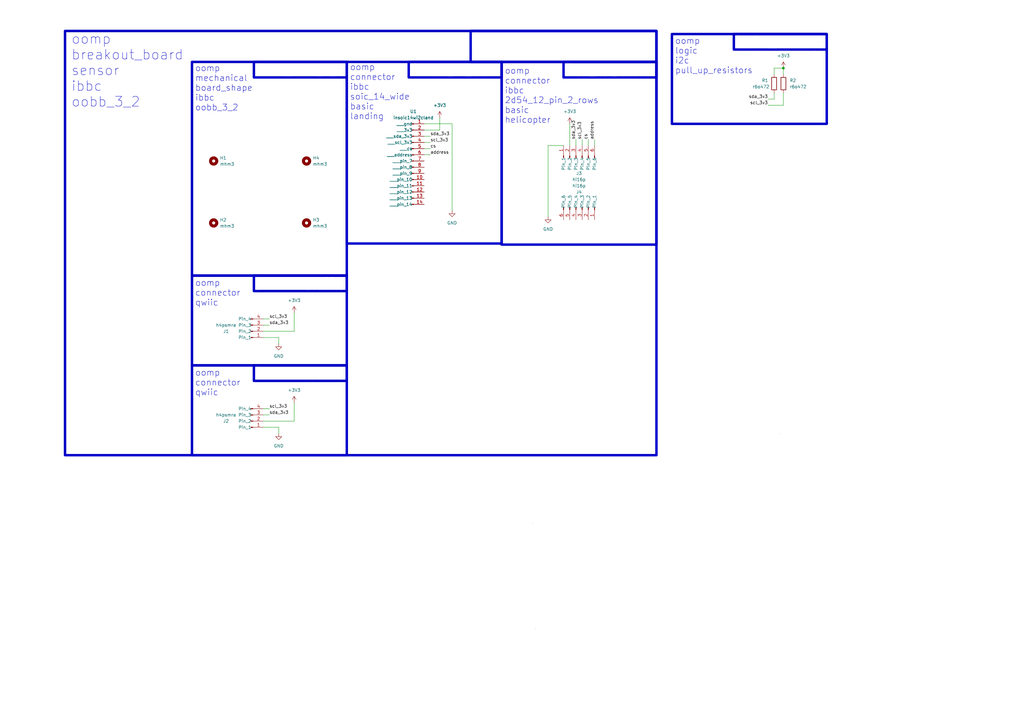
<source format=kicad_sch>
(kicad_sch (version 20230121) (generator eeschema)
  (paper "A3")
  (lib_symbols
    (symbol "oomlout_oomp_part_symbols:h4psmra_electronic_header_1_mm_jst_sh_4_pin_surface_mount_right_angle" (pin_names (offset 1.016))
      (property "Reference" "J" (at 0 5.08 0))
      (property "Value" "h4psmra_electronic_header_1_mm_jst_sh_4_pin_surface_mount_right_angle" (at 0 -7.62 0))
      (symbol "h4psmra_electronic_header_1_mm_jst_sh_4_pin_surface_mount_right_angle_1_1"
        (polyline (pts (xy 1.27 -5.08) (xy 0.8636 -5.08)) (stroke (width 0.1524)))
        (polyline (pts (xy 1.27 -2.54) (xy 0.8636 -2.54)) (stroke (width 0.1524)))
        (polyline (pts (xy 1.27 0) (xy 0.8636 0)) (stroke (width 0.1524)))
        (polyline (pts (xy 1.27 2.54) (xy 0.8636 2.54)) (stroke (width 0.1524)))
        (rectangle (start 0.8636 -4.953) (end 0 -5.207) (stroke (width 0.1524)) (fill (type outline)))
        (rectangle (start 0.8636 -2.413) (end 0 -2.667) (stroke (width 0.1524)) (fill (type outline)))
        (rectangle (start 0.8636 0.127) (end 0 -0.127) (stroke (width 0.1524)) (fill (type outline)))
        (rectangle (start 0.8636 2.667) (end 0 2.413) (stroke (width 0.1524)) (fill (type outline)))
        (pin passive line (at 5.08 2.54 180) (length 3.81) (name "Pin_1") (number "1"))
        (pin passive line (at 5.08 0 180) (length 3.81) (name "Pin_2") (number "2"))
        (pin passive line (at 5.08 -2.54 180) (length 3.81) (name "Pin_3") (number "3"))
        (pin passive line (at 5.08 -5.08 180) (length 3.81) (name "Pin_4") (number "4"))
      )
    )
    (symbol "oomlout_oomp_part_symbols:hi16p_electronic_header_2d54_mm_6_pin" (pin_names (offset 1.016))
      (property "Reference" "J" (at 0 7.62 0))
      (property "Value" "hi16p_electronic_header_2d54_mm_6_pin" (at 0 -10.16 0))
      (symbol "hi16p_electronic_header_2d54_mm_6_pin_1_1"
        (polyline (pts (xy 1.27 -7.62) (xy 0.8636 -7.62)) (stroke (width 0.1524)))
        (polyline (pts (xy 1.27 -5.08) (xy 0.8636 -5.08)) (stroke (width 0.1524)))
        (polyline (pts (xy 1.27 -2.54) (xy 0.8636 -2.54)) (stroke (width 0.1524)))
        (polyline (pts (xy 1.27 0) (xy 0.8636 0)) (stroke (width 0.1524)))
        (polyline (pts (xy 1.27 2.54) (xy 0.8636 2.54)) (stroke (width 0.1524)))
        (polyline (pts (xy 1.27 5.08) (xy 0.8636 5.08)) (stroke (width 0.1524)))
        (rectangle (start 0.8636 -7.493) (end 0 -7.747) (stroke (width 0.1524)) (fill (type outline)))
        (rectangle (start 0.8636 -4.953) (end 0 -5.207) (stroke (width 0.1524)) (fill (type outline)))
        (rectangle (start 0.8636 -2.413) (end 0 -2.667) (stroke (width 0.1524)) (fill (type outline)))
        (rectangle (start 0.8636 0.127) (end 0 -0.127) (stroke (width 0.1524)) (fill (type outline)))
        (rectangle (start 0.8636 2.667) (end 0 2.413) (stroke (width 0.1524)) (fill (type outline)))
        (rectangle (start 0.8636 5.207) (end 0 4.953) (stroke (width 0.1524)) (fill (type outline)))
        (pin passive line (at 5.08 5.08 180) (length 3.81) (name "Pin_1") (number "1"))
        (pin passive line (at 5.08 2.54 180) (length 3.81) (name "Pin_2") (number "2"))
        (pin passive line (at 5.08 0 180) (length 3.81) (name "Pin_3") (number "3"))
        (pin passive line (at 5.08 -2.54 180) (length 3.81) (name "Pin_4") (number "4"))
        (pin passive line (at 5.08 -5.08 180) (length 3.81) (name "Pin_5") (number "5"))
        (pin passive line (at 5.08 -7.62 180) (length 3.81) (name "Pin_6") (number "6"))
      )
    )
    (symbol "oomlout_oomp_part_symbols:insoic14wi2cland_electronic_interposer_soic_14_wide_i2c_landing" (pin_names (offset 1.016))
      (property "Reference" "U" (at 0 17.78 0))
      (property "Value" "insoic14wi2cland_electronic_interposer_soic_14_wide_i2c_landing" (at 0 -20.32 0))
      (symbol "insoic14wi2cland_electronic_interposer_soic_14_wide_i2c_landing_1_1"
        (polyline (pts (xy 1.27 -17.78) (xy 0.8636 -17.78)) (stroke (width 0.1524)))
        (polyline (pts (xy 1.27 -15.24) (xy 0.8636 -15.24)) (stroke (width 0.1524)))
        (polyline (pts (xy 1.27 -12.7) (xy 0.8636 -12.7)) (stroke (width 0.1524)))
        (polyline (pts (xy 1.27 -10.16) (xy 0.8636 -10.16)) (stroke (width 0.1524)))
        (polyline (pts (xy 1.27 -7.62) (xy 0.8636 -7.62)) (stroke (width 0.1524)))
        (polyline (pts (xy 1.27 -5.08) (xy 0.8636 -5.08)) (stroke (width 0.1524)))
        (polyline (pts (xy 1.27 -2.54) (xy 0.8636 -2.54)) (stroke (width 0.1524)))
        (polyline (pts (xy 1.27 0) (xy 0.8636 0)) (stroke (width 0.1524)))
        (polyline (pts (xy 1.27 2.54) (xy 0.8636 2.54)) (stroke (width 0.1524)))
        (polyline (pts (xy 1.27 5.08) (xy 0.8636 5.08)) (stroke (width 0.1524)))
        (polyline (pts (xy 1.27 7.62) (xy 0.8636 7.62)) (stroke (width 0.1524)))
        (polyline (pts (xy 1.27 10.16) (xy 0.8636 10.16)) (stroke (width 0.1524)))
        (polyline (pts (xy 1.27 12.7) (xy 0.8636 12.7)) (stroke (width 0.1524)))
        (polyline (pts (xy 1.27 15.24) (xy 0.8636 15.24)) (stroke (width 0.1524)))
        (rectangle (start 0.8636 -17.653) (end 0 -17.907) (stroke (width 0.1524)) (fill (type outline)))
        (rectangle (start 0.8636 -15.113) (end 0 -15.367) (stroke (width 0.1524)) (fill (type outline)))
        (rectangle (start 0.8636 -12.573) (end 0 -12.827) (stroke (width 0.1524)) (fill (type outline)))
        (rectangle (start 0.8636 -10.033) (end 0 -10.287) (stroke (width 0.1524)) (fill (type outline)))
        (rectangle (start 0.8636 -7.493) (end 0 -7.747) (stroke (width 0.1524)) (fill (type outline)))
        (rectangle (start 0.8636 -4.953) (end 0 -5.207) (stroke (width 0.1524)) (fill (type outline)))
        (rectangle (start 0.8636 -2.413) (end 0 -2.667) (stroke (width 0.1524)) (fill (type outline)))
        (rectangle (start 0.8636 0.127) (end 0 -0.127) (stroke (width 0.1524)) (fill (type outline)))
        (rectangle (start 0.8636 2.667) (end 0 2.413) (stroke (width 0.1524)) (fill (type outline)))
        (rectangle (start 0.8636 5.207) (end 0 4.953) (stroke (width 0.1524)) (fill (type outline)))
        (rectangle (start 0.8636 7.747) (end 0 7.493) (stroke (width 0.1524)) (fill (type outline)))
        (rectangle (start 0.8636 10.287) (end 0 10.033) (stroke (width 0.1524)) (fill (type outline)))
        (rectangle (start 0.8636 12.827) (end 0 12.573) (stroke (width 0.1524)) (fill (type outline)))
        (rectangle (start 0.8636 15.367) (end 0 15.113) (stroke (width 0.1524)) (fill (type outline)))
        (pin passive line (at 5.08 15.24 180) (length 3.81) (name "___gnd") (number "1"))
        (pin passive line (at 5.08 -7.62 180) (length 3.81) (name "___pin_10") (number "10"))
        (pin passive line (at 5.08 -10.16 180) (length 3.81) (name "___pin_11") (number "11"))
        (pin passive line (at 5.08 -12.7 180) (length 3.81) (name "___pin_12") (number "12"))
        (pin passive line (at 5.08 -15.24 180) (length 3.81) (name "___pin_13") (number "13"))
        (pin passive line (at 5.08 -17.78 180) (length 3.81) (name "___pin_14") (number "14"))
        (pin passive line (at 5.08 12.7 180) (length 3.81) (name "___3v3") (number "2"))
        (pin passive line (at 5.08 10.16 180) (length 3.81) (name "___sda_3v3") (number "3"))
        (pin passive line (at 5.08 7.62 180) (length 3.81) (name "___scl_3v3") (number "4"))
        (pin passive line (at 5.08 5.08 180) (length 3.81) (name "___cs") (number "5"))
        (pin passive line (at 5.08 2.54 180) (length 3.81) (name "___address") (number "6"))
        (pin passive line (at 5.08 0 180) (length 3.81) (name "___pin_7") (number "7"))
        (pin passive line (at 5.08 -2.54 180) (length 3.81) (name "___pin_8") (number "8"))
        (pin passive line (at 5.08 -5.08 180) (length 3.81) (name "___pin_9") (number "9"))
      )
    )
    (symbol "oomlout_oomp_part_symbols:mhm3_electronic_mounting_hole_m3" (pin_names (offset 1.016))
      (property "Reference" "H" (at 0 5.08 0))
      (property "Value" "mhm3_electronic_mounting_hole_m3" (at 0 3.175 0))
      (symbol "mhm3_electronic_mounting_hole_m3_0_1"
        (circle (center 0 0) (radius 1.27) (stroke (width 1.27)))
      )
    )
    (symbol "oomlout_oomp_part_symbols:r6o472_electronic_resistor_0603_4700_ohm" (pin_numbers hide) (pin_names (offset 0))
      (property "Reference" "R" (at 2.032 0 90))
      (property "Value" "r6o472_electronic_resistor_0603_4700_ohm" (at 0 0 90))
      (symbol "r6o472_electronic_resistor_0603_4700_ohm_0_1"
        (rectangle (start -1.016 -2.54) (end 1.016 2.54) (stroke (width 0.254)))
      )
      (symbol "r6o472_electronic_resistor_0603_4700_ohm_1_1"
        (pin passive line (at 0 3.81 270) (length 1.27) (name "~") (number "1"))
        (pin passive line (at 0 -3.81 90) (length 1.27) (name "~") (number "2"))
      )
    )
    (symbol "power:+3V3" (power) (pin_names (offset 0))
      (property "Value" "+3V3" (at 0 3.556 0))
      (symbol "+3V3_0_1"
        (polyline (pts (xy -0.762 1.27) (xy 0 2.54)))
        (polyline (pts (xy 0 0) (xy 0 2.54)))
        (polyline (pts (xy 0 2.54) (xy 0.762 1.27)))
      )
      (symbol "+3V3_1_1"
        (pin power_in line (at 0 0 90) (length 0) hide (name "+3V3") (number "1"))
      )
    )
    (symbol "power:GND" (power) (pin_names (offset 0))
      (property "Value" "GND" (at 0 -3.81 0))
      (symbol "GND_0_1"
        (polyline (pts (xy 0 0) (xy 0 -1.27) (xy 1.27 -1.27) (xy 0 -2.54) (xy -1.27 -1.27) (xy 0 -1.27)))
      )
      (symbol "GND_1_1"
        (pin power_in line (at 0 0 270) (length 0) hide (name "GND") (number "1"))
      )
    )
  )
  (junction (at 321.31 27.94))
  (wire (pts (xy 233.68 50.8) (xy 233.68 59.69)))
  (wire (pts (xy 107.95 172.72) (xy 120.65 172.72)))
  (wire (pts (xy 173.99 63.5) (xy 176.53 63.5)))
  (wire (pts (xy 321.31 43.18) (xy 314.96 43.18)))
  (wire (pts (xy 180.34 53.34) (xy 180.34 48.26)))
  (wire (pts (xy 224.79 59.69) (xy 224.79 88.9)))
  (wire (pts (xy 114.3 175.26) (xy 107.95 175.26)))
  (wire (pts (xy 114.3 138.43) (xy 114.3 140.97)))
  (wire (pts (xy 173.99 53.34) (xy 180.34 53.34)))
  (wire (pts (xy 317.5 27.94) (xy 317.5 30.48)))
  (wire (pts (xy 107.95 170.18) (xy 110.49 170.18)))
  (wire (pts (xy 114.3 175.26) (xy 114.3 177.8)))
  (wire (pts (xy 238.76 57.15) (xy 238.76 59.69)))
  (wire (pts (xy 107.95 167.64) (xy 110.49 167.64)))
  (wire (pts (xy 120.65 135.89) (xy 120.65 128.27)))
  (wire (pts (xy 107.95 135.89) (xy 120.65 135.89)))
  (wire (pts (xy 173.99 58.42) (xy 176.53 58.42)))
  (wire (pts (xy 314.96 40.64) (xy 317.5 40.64)))
  (wire (pts (xy 317.5 40.64) (xy 317.5 38.1)))
  (wire (pts (xy 243.84 57.15) (xy 243.84 59.69)))
  (wire (pts (xy 107.95 130.81) (xy 110.49 130.81)))
  (wire (pts (xy 236.22 57.15) (xy 236.22 59.69)))
  (wire (pts (xy 107.95 133.35) (xy 110.49 133.35)))
  (wire (pts (xy 173.99 55.88) (xy 176.53 55.88)))
  (wire (pts (xy 231.14 59.69) (xy 224.79 59.69)))
  (wire (pts (xy 185.42 50.8) (xy 185.42 86.36)))
  (wire (pts (xy 321.31 38.1) (xy 321.31 43.18)))
  (wire (pts (xy 173.99 60.96) (xy 176.53 60.96)))
  (wire (pts (xy 114.3 138.43) (xy 107.95 138.43)))
  (wire (pts (xy 241.3 57.15) (xy 241.3 59.69)))
  (wire (pts (xy 321.31 27.94) (xy 317.5 27.94)))
  (wire (pts (xy 120.65 172.72) (xy 120.65 165.1)))
  (wire (pts (xy 173.99 50.8) (xy 185.42 50.8)))
  (wire (pts (xy 321.31 27.94) (xy 321.31 30.48)))
  (rectangle (start 78.74 25.4) (end 142.24 113.03) (stroke (width 1)))
  (rectangle (start 300.99 13.97) (end 339.09 20.32) (stroke (width 1)) (fill (type color)))
  (rectangle (start 205.74 25.4) (end 269.24 100.33) (stroke (width 1)))
  (rectangle (start 320.04 177.8) (end 320.04 177.8))
  (rectangle (start 78.74 149.86) (end 142.24 186.69) (stroke (width 1)))
  (rectangle (start 104.14 149.86) (end 142.24 156.21) (stroke (width 1)) (fill (type color)))
  (rectangle (start 167.64 25.4) (end 205.74 31.75) (stroke (width 1)) (fill (type color)))
  (rectangle (start 104.14 113.03) (end 142.24 119.38) (stroke (width 1)) (fill (type color)))
  (rectangle (start 219.71 257.81) (end 219.71 257.81))
  (rectangle (start 104.14 25.4) (end 142.24 31.75) (stroke (width 1)) (fill (type color)))
  (rectangle (start 193.04 12.7) (end 269.24 25.4) (stroke (width 1)) (fill (type color)))
  (rectangle (start 78.74 113.03) (end 142.24 149.86) (stroke (width 1)))
  (rectangle (start 142.24 25.4) (end 205.74 99.8732) (stroke (width 1)))
  (rectangle (start 218.44 214.63) (end 218.44 214.63))
  (rectangle (start 26.67 12.7) (end 269.24 186.69) (stroke (width 1)))
  (rectangle (start 231.14 25.4) (end 269.24 31.75) (stroke (width 1)) (fill (type color)))
  (rectangle (start 275.59 13.97) (end 339.09 50.8) (stroke (width 1)))
  (text "oomp\nconnector\nibbc\nsoic_14_wide\nbasic\nlanding\n\n" (at 143.51 53.34 0) (effects (font (size 2.5 2.5)) (justify left bottom)))
  (text "i2c_pullup\n" (at 337.82 20.32 0) (effects (font (size 4 4) (thickness 0.8) bold) (justify right bottom)))
  (text "oomp\nbreakout_board\nsensor\nibbc\noobb_3_2\n\n\n" (at 29.21 57.15 0) (effects (font (size 4 4)) (justify left bottom)))
  (text "name" (at 303.53 20.32 90) (effects (font (size 1.27 1.27) (thickness 0.254) bold) (justify left bottom)))
  (text "name" (at 233.68 31.75 90) (effects (font (size 1.27 1.27) (thickness 0.254) bold) (justify left bottom)))
  (text "name" (at 106.68 156.21 90) (effects (font (size 1.27 1.27) (thickness 0.254) bold) (justify left bottom)))
  (text "name" (at 106.68 119.38 90) (effects (font (size 1.27 1.27) (thickness 0.254) bold) (justify left bottom)))
  (text "oomp\nconnector\nqwiic\n" (at 80.01 125.73 0) (effects (font (size 2.5 2.5)) (justify left bottom)))
  (text "ibbc_2d54_helicopter\n	" (at 267.97 34.29 0) (effects (font (size 2 2) (thickness 0.8) bold) (justify right bottom)))
  (text "qwiic\n" (at 140.97 119.38 0) (effects (font (size 4 4) (thickness 0.8) bold) (justify right bottom)))
  (text "qwiic\n" (at 140.97 156.21 0) (effects (font (size 4 4) (thickness 0.8) bold) (justify right bottom)))
  (text "ibbc_soic_landing\n\n" (at 204.47 34.29 0) (effects (font (size 2 2) (thickness 0.8) bold) (justify right bottom)))
  (text "sensor_ibbc_oobb_3_2\n\n\n" (at 267.97 33.02 0) (effects (font (size 4 4) (thickness 0.8) bold) (justify right bottom)))
  (text "oomp\nconnector\nibbc\n2d54_12_pin_2_rows\nbasic\nhelicopter" (at 207.01 50.8 0) (effects (font (size 2.5 2.5)) (justify left bottom)))
  (text "oomp\nconnector\nqwiic\n" (at 80.01 162.56 0) (effects (font (size 2.5 2.5)) (justify left bottom)))
  (text "name" (at 106.68 31.75 90) (effects (font (size 1.27 1.27) (thickness 0.254) bold) (justify left bottom)))
  (text "name" (at 195.58 19.05 90) (effects (font (size 1.27 1.27) (thickness 0.254) bold) (justify left bottom)))
  (text "oomp\nmechanical\nboard_shape\nibbc\noobb_3_2" (at 80.01 45.72 0) (effects (font (size 2.5 2.5)) (justify left bottom)))
  (text "name" (at 170.18 31.75 90) (effects (font (size 1.27 1.27) (thickness 0.254) bold) (justify left bottom)))
  (text "bs_oobb_3_2\n" (at 140.97 31.75 0) (effects (font (size 3 3) (thickness 0.8) bold) (justify right bottom)))
  (text "oomp\nlogic\ni2c\npull_up_resistors\n" (at 276.86 30.48 0) (effects (font (size 2.5 2.5)) (justify left bottom)))
  (label "scl_3v3" (at 110.49 167.64 0))
  (label "scl_3v3" (at 314.96 43.18 180))
  (label "sda_3v3" (at 176.53 55.88 0))
  (label "sda_3v3" (at 314.96 40.64 180))
  (label "address" (at 243.84 57.15 90))
  (label "address" (at 176.53 63.5 0))
  (label "cs" (at 176.53 60.96 0))
  (label "sda_3v3" (at 110.49 133.35 0))
  (label "sda_3v3" (at 110.49 170.18 0))
  (label "scl_3v3" (at 176.53 58.42 0))
  (label "sda_3v3" (at 236.22 57.15 90))
  (label "scl_3v3" (at 238.76 57.15 90))
  (label "scl_3v3" (at 110.49 130.81 0))
  (label "cs" (at 241.3 57.15 90))
  (symbol (lib_id "oomlout_oomp_part_symbols:hi16p_electronic_header_2d54_mm_6_pin") (at 236.22 64.77 90) (unit 1)
    (property "Reference" "J3" (at 237.49 71.12 90))
    (property "Value" "hi16p" (at 237.49 73.66 90))
    (property "Footprint" "oomlout_oomp_part_footprints:hi16p_electronic_header_2d54_mm_6_pin" (effects hide))
    (property "Datasheet" "https://github.com/oomlout/oomlout_oomp_v3/parts/electronic_header_2d54_mm_6_pin/datasheet.pdf" (effects hide))
  )
  (symbol (lib_id "power:GND") (at 185.42 86.36 0) (unit 1)
    (property "Reference" "#PWR06" (effects hide))
    (property "Value" "GND" (at 185.42 91.44 0))
  )
  (symbol (lib_id "oomlout_oomp_part_symbols:h4psmra_electronic_header_1_mm_jst_sh_4_pin_surface_mount_right_angle") (at 102.87 172.72 0) (mirror x) (unit 1)
    (property "Reference" "J2" (at 92.71 172.72 0))
    (property "Value" "h4psmra" (at 92.71 170.18 0))
    (property "Footprint" "oomlout_oomp_part_footprints:h4psmra_electronic_header_1_mm_jst_sh_4_pin_surface_mount_right_angle" (effects hide))
    (property "Datasheet" "https://github.com/oomlout/oomlout_oomp_v3/parts/electronic_header_1_mm_jst_sh_4_pin_surface_mount_right_angle/datasheet.pdf" (effects hide))
  )
  (symbol (lib_id "oomlout_oomp_part_symbols:mhm3_electronic_mounting_hole_m3") (at 125.73 66.04 0) (unit 1)
    (property "Reference" "H4" (at 128.27 64.77 0) (effects (justify left)))
    (property "Value" "mhm3" (at 128.27 67.31 0) (effects (justify left)))
    (property "Footprint" "oomlout_oomp_part_footprints:mhm3_electronic_mounting_hole_m3" (effects hide))
    (property "Datasheet" "https://github.com/oomlout/oomlout_oomp_v3/parts/electronic_mounting_hole_m3/datasheet.pdf" (effects hide))
  )
  (symbol (lib_id "power:+3V3") (at 180.34 48.26 0) (unit 1)
    (property "Reference" "#PWR05" (effects hide))
    (property "Value" "+3V3" (at 180.34 43.18 0))
  )
  (symbol (lib_id "power:+3V3") (at 321.31 27.94 0) (unit 1)
    (property "Reference" "#PWR09" (effects hide))
    (property "Value" "+3V3" (at 321.31 22.86 0))
  )
  (symbol (lib_id "oomlout_oomp_part_symbols:mhm3_electronic_mounting_hole_m3") (at 125.73 91.44 0) (unit 1)
    (property "Reference" "H3" (at 128.27 90.17 0) (effects (justify left)))
    (property "Value" "mhm3" (at 128.27 92.71 0) (effects (justify left)))
    (property "Footprint" "oomlout_oomp_part_footprints:mhm3_electronic_mounting_hole_m3" (effects hide))
    (property "Datasheet" "https://github.com/oomlout/oomlout_oomp_v3/parts/electronic_mounting_hole_m3/datasheet.pdf" (effects hide))
  )
  (symbol (lib_id "power:+3V3") (at 120.65 165.1 0) (unit 1)
    (property "Reference" "#PWR04" (effects hide))
    (property "Value" "+3V3" (at 120.65 160.02 0))
  )
  (symbol (lib_id "power:+3V3") (at 120.65 128.27 0) (unit 1)
    (property "Reference" "#PWR03" (effects hide))
    (property "Value" "+3V3" (at 120.65 123.19 0))
  )
  (symbol (lib_id "power:+3V3") (at 233.68 50.8 0) (unit 1)
    (property "Reference" "#PWR08" (effects hide))
    (property "Value" "+3V3" (at 233.68 45.72 0))
  )
  (symbol (lib_id "oomlout_oomp_part_symbols:insoic14wi2cland_electronic_interposer_soic_14_wide_i2c_landing") (at 168.91 66.04 0) (unit 1)
    (property "Reference" "U1" (at 169.545 45.72 0))
    (property "Value" "insoic14wi2cland" (at 169.545 48.26 0))
    (property "Footprint" "oomlout_oomp_part_footprints:insoic14wi2cland_electronic_interposer_soic_14_wide_i2c_landing" (effects hide))
    (property "Datasheet" "https://github.com/oomlout/oomlout_oomp_v3/parts/electronic_interposer_soic_14_wide_i2c_landing/datasheet.pdf" (effects hide))
  )
  (symbol (lib_id "oomlout_oomp_part_symbols:mhm3_electronic_mounting_hole_m3") (at 87.63 91.44 0) (unit 1)
    (property "Reference" "H2" (at 90.17 90.17 0) (effects (justify left)))
    (property "Value" "mhm3" (at 90.17 92.71 0) (effects (justify left)))
    (property "Footprint" "oomlout_oomp_part_footprints:mhm3_electronic_mounting_hole_m3" (effects hide))
    (property "Datasheet" "https://github.com/oomlout/oomlout_oomp_v3/parts/electronic_mounting_hole_m3/datasheet.pdf" (effects hide))
  )
  (symbol (lib_id "oomlout_oomp_part_symbols:h4psmra_electronic_header_1_mm_jst_sh_4_pin_surface_mount_right_angle") (at 102.87 135.89 0) (mirror x) (unit 1)
    (property "Reference" "J1" (at 92.71 135.89 0))
    (property "Value" "h4psmra" (at 92.71 133.35 0))
    (property "Footprint" "oomlout_oomp_part_footprints:h4psmra_electronic_header_1_mm_jst_sh_4_pin_surface_mount_right_angle" (effects hide))
    (property "Datasheet" "https://github.com/oomlout/oomlout_oomp_v3/parts/electronic_header_1_mm_jst_sh_4_pin_surface_mount_right_angle/datasheet.pdf" (effects hide))
  )
  (symbol (lib_id "oomlout_oomp_part_symbols:r6o472_electronic_resistor_0603_4700_ohm") (at 321.31 34.29 0) (unit 1)
    (property "Reference" "R2" (at 323.85 33.02 0) (effects (justify left)))
    (property "Value" "r6o472" (at 323.85 35.56 0) (effects (justify left)))
    (property "Footprint" "oomlout_oomp_part_footprints:r6o472_electronic_resistor_0603_4700_ohm" (effects hide))
    (property "Datasheet" "https://github.com/oomlout/oomlout_oomp_v3/parts/electronic_resistor_0603_4700_ohm/datasheet.pdf" (effects hide))
  )
  (symbol (lib_id "oomlout_oomp_part_symbols:mhm3_electronic_mounting_hole_m3") (at 87.63 66.04 0) (unit 1)
    (property "Reference" "H1" (at 90.17 64.77 0) (effects (justify left)))
    (property "Value" "mhm3" (at 90.17 67.31 0) (effects (justify left)))
    (property "Footprint" "oomlout_oomp_part_footprints:mhm3_electronic_mounting_hole_m3" (effects hide))
    (property "Datasheet" "https://github.com/oomlout/oomlout_oomp_v3/parts/electronic_mounting_hole_m3/datasheet.pdf" (effects hide))
  )
  (symbol (lib_id "oomlout_oomp_part_symbols:hi16p_electronic_header_2d54_mm_6_pin") (at 238.76 85.09 270) (unit 1)
    (property "Reference" "J4" (at 237.49 78.74 90))
    (property "Value" "hi16p" (at 237.49 76.2 90))
    (property "Footprint" "oomlout_oomp_part_footprints:hi16p_electronic_header_2d54_mm_6_pin" (effects hide))
    (property "Datasheet" "https://github.com/oomlout/oomlout_oomp_v3/parts/electronic_header_2d54_mm_6_pin/datasheet.pdf" (effects hide))
  )
  (symbol (lib_id "power:GND") (at 114.3 140.97 0) (unit 1)
    (property "Reference" "#PWR01" (effects hide))
    (property "Value" "GND" (at 114.3 146.05 0))
  )
  (symbol (lib_id "power:GND") (at 114.3 177.8 0) (unit 1)
    (property "Reference" "#PWR02" (effects hide))
    (property "Value" "GND" (at 114.3 182.88 0))
  )
  (symbol (lib_id "oomlout_oomp_part_symbols:r6o472_electronic_resistor_0603_4700_ohm") (at 317.5 34.29 0) (unit 1)
    (property "Reference" "R1" (at 312.42 33.02 0) (effects (justify left)))
    (property "Value" "r6o472" (at 308.61 35.56 0) (effects (justify left)))
    (property "Footprint" "oomlout_oomp_part_footprints:r6o472_electronic_resistor_0603_4700_ohm" (effects hide))
    (property "Datasheet" "https://github.com/oomlout/oomlout_oomp_v3/parts/electronic_resistor_0603_4700_ohm/datasheet.pdf" (effects hide))
  )
  (symbol (lib_id "power:GND") (at 224.79 88.9 0) (unit 1)
    (property "Reference" "#PWR07" (effects hide))
    (property "Value" "GND" (at 224.79 93.98 0))
  )
)
</source>
